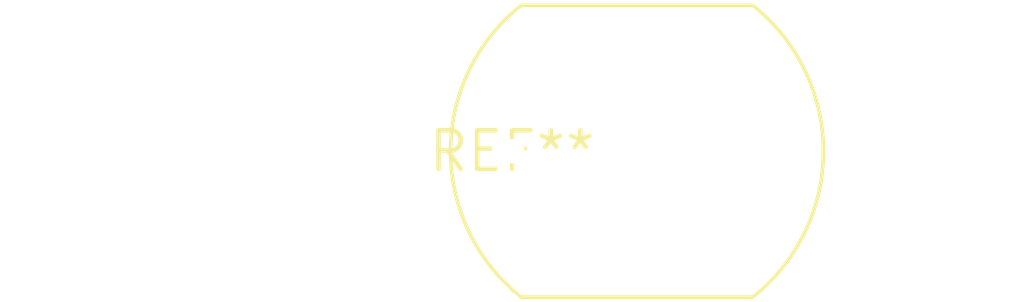
<source format=kicad_pcb>
(kicad_pcb (version 20240108) (generator pcbnew)
  (layers (0 "F.Cu" signal) (31 "B.Cu" signal) (34 "B.Paste" user) (35 "F.Paste" user) (36 "B.SilkS" user "B.Silkscreen") (37 "F.SilkS" user "F.Silkscreen") (38 "B.Mask" user) (39 "F.Mask" user) (44 "Edge.Cuts" user))
  (net 0 "")
  (footprint "R_LDR_11x9.4mm_P8.2mm_Vertical" (layer "F.Cu") (at 0 0)
    (property "Reference" "REF**")
    (property "Value" "R_LDR_11x9.4mm_P8.2mm_Vertical")
    (fp_line (start 0.3 -4.8) (end 7.9 -4.8) (layer "F.SilkS") (stroke (width 0.12)))
    (fp_line (start 7.9 4.8) (end 0.3 4.8) (layer "F.SilkS") (stroke (width 0.12)))
    (fp_arc (start 0.3 4.8) (mid -2.022075 0.014159) (end 0.277838 -4.782371) (layer "F.SilkS") (stroke (width 0.12)))
    (fp_arc (start 7.9 -4.8) (mid 10.222075 -0.014159) (end 7.922162 4.782371) (layer "F.SilkS") (stroke (width 0.12)))
    (pad "1" thru_hole circle (at 0 0) (size 1.6 1.6) (drill 0.8) (layers *.Cu *.Mask) (remove_unused_layers))
    (pad "2" thru_hole circle (at 8.2 0) (size 1.6 1.6) (drill 0.8) (layers *.Cu *.Mask) (remove_unused_layers))
  )
)
</source>
